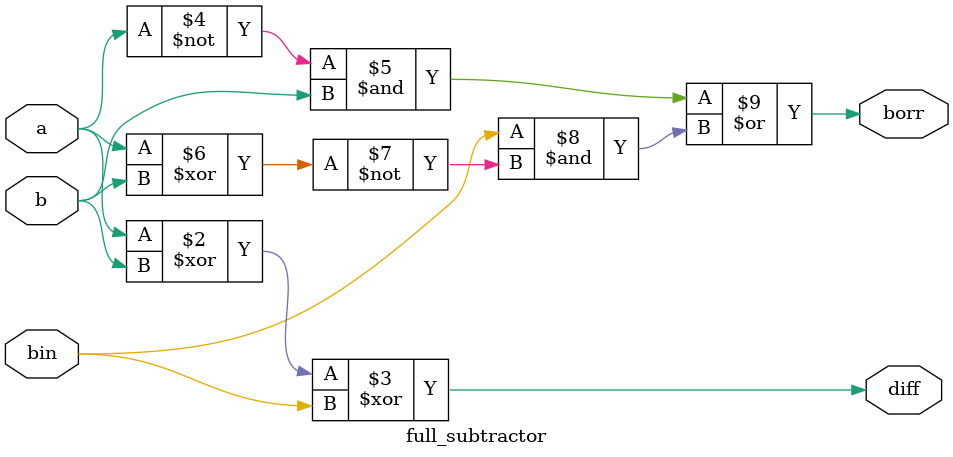
<source format=v>
module full_subtractor(
input a,b,bin,
output reg diff,borr
);

always @(*) begin 

diff = a^b^bin;
borr =((~a)&b)|bin&(~(a^b));

end
endmodule


</source>
